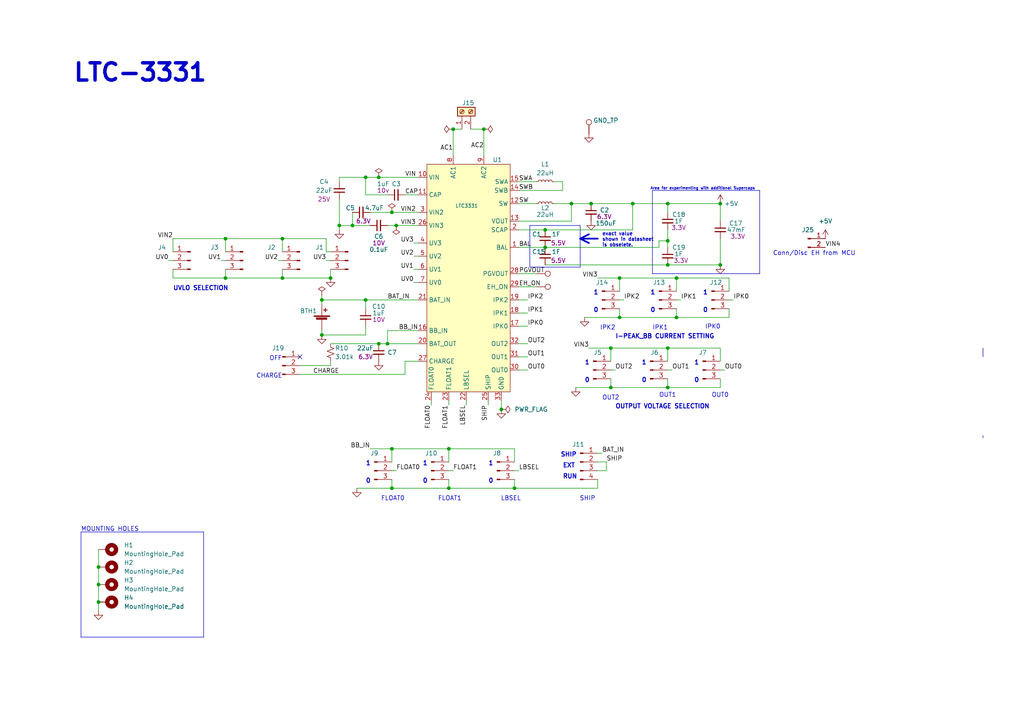
<source format=kicad_sch>
(kicad_sch (version 20230121) (generator eeschema)
  (paper "A4")
  (lib_symbols
    (symbol "Connector:Conn_01x02_Male" (pin_names (offset 1.016) hide)
      (property "Reference" "J" (at 0 2.54 0))
      (property "Value" "Conn_01x02_Male" (at 0 -5.08 0))
      (symbol "Conn_01x02_Male_1_1"
        (pin passive line (at 5.08 0 180) (length 3.81) (name "Pin_1") (number "1"))
        (pin passive line (at 5.08 -2.54 180) (length 3.81) (name "Pin_2") (number "2"))
      )
    )
    (symbol "Connector:Conn_01x03_Male" (pin_names (offset 1.016) hide)
      (property "Reference" "J" (at 0 5.08 0))
      (property "Value" "Conn_01x03_Male" (at 0 -5.08 0))
      (symbol "Conn_01x03_Male_1_1"
        (pin passive line (at 5.08 2.54 180) (length 3.81) (name "Pin_1") (number "1"))
        (pin passive line (at 5.08 0 180) (length 3.81) (name "Pin_2") (number "2"))
        (pin passive line (at 5.08 -2.54 180) (length 3.81) (name "Pin_3") (number "3"))
      )
    )
    (symbol "Connector:Conn_01x04_Male" (pin_names (offset 1.016) hide)
      (property "Reference" "J" (at 0 5.08 0))
      (property "Value" "Conn_01x04_Male" (at 0 -7.62 0))
      (symbol "Conn_01x04_Male_1_1"
        (pin passive line (at 5.08 2.54 180) (length 3.81) (name "Pin_1") (number "1"))
        (pin passive line (at 5.08 0 180) (length 3.81) (name "Pin_2") (number "2"))
        (pin passive line (at 5.08 -2.54 180) (length 3.81) (name "Pin_3") (number "3"))
        (pin passive line (at 5.08 -5.08 180) (length 3.81) (name "Pin_4") (number "4"))
      )
    )
    (symbol "Connector:Screw_Terminal_01x02" (pin_names (offset 1.016) hide)
      (property "Reference" "J" (at 0 2.54 0))
      (property "Value" "Screw_Terminal_01x02" (at 0 -5.08 0))
      (symbol "Screw_Terminal_01x02_1_1"
        (pin passive line (at -5.08 0 0) (length 3.81) (name "Pin_1") (number "1"))
        (pin passive line (at -5.08 -2.54 0) (length 3.81) (name "Pin_2") (number "2"))
      )
    )
    (symbol "Connector:TestPoint" (pin_numbers hide) (pin_names (offset 0.762) hide)
      (property "Reference" "TP" (at 0 6.858 0))
      (property "Value" "TestPoint" (at 0 5.08 0))
      (symbol "TestPoint_1_1"
        (pin passive line (at 0 0 90) (length 2.54) (name "1") (number "1"))
      )
    )
    (symbol "Device:Battery_Cell" (pin_numbers hide) (pin_names (offset 0) hide)
      (property "Reference" "BT" (at 2.54 2.54 0))
      (property "Value" "Battery_Cell" (at 2.54 0 0))
      (symbol "Battery_Cell_1_1"
        (pin passive line (at 0 5.08 270) (length 2.54) (name "+") (number "1"))
        (pin passive line (at 0 -2.54 90) (length 2.54) (name "-") (number "2"))
      )
    )
    (symbol "Device:C_Small" (pin_numbers hide) (pin_names (offset 0.254) hide)
      (property "Reference" "C" (at 0.254 1.778 0))
      (property "Value" "C_Small" (at 0.254 -2.032 0))
      (symbol "C_Small_1_1"
        (pin passive line (at 0 2.54 270) (length 2.032) (name "~") (number "1"))
        (pin passive line (at 0 -2.54 90) (length 2.032) (name "~") (number "2"))
      )
    )
    (symbol "Device:L_Small" (pin_numbers hide) (pin_names (offset 0.254) hide)
      (property "Reference" "L" (at 0.762 1.016 0))
      (property "Value" "L_Small" (at 0.762 -1.016 0))
      (symbol "L_Small_1_1"
        (pin passive line (at 0 2.54 270) (length 0.508) (name "~") (number "1"))
        (pin passive line (at 0 -2.54 90) (length 0.508) (name "~") (number "2"))
      )
    )
    (symbol "Device:R_Small_US" (pin_numbers hide) (pin_names (offset 0.254) hide)
      (property "Reference" "R" (at 0.762 0.508 0))
      (property "Value" "R_Small_US" (at 0.762 -1.016 0))
      (symbol "R_Small_US_1_1"
        (pin passive line (at 0 2.54 270) (length 1.016) (name "~") (number "1"))
        (pin passive line (at 0 -2.54 90) (length 1.016) (name "~") (number "2"))
      )
    )
    (symbol "Mechanical:MountingHole_Pad" (pin_numbers hide) (pin_names (offset 1.016) hide)
      (property "Reference" "H" (at 0 6.35 0))
      (property "Value" "MountingHole_Pad" (at 0 4.445 0))
      (symbol "MountingHole_Pad_1_1"
        (pin input line (at 0 -2.54 90) (length 2.54) (name "1") (number "1"))
      )
    )
    (symbol "power:+5V" (power) (pin_names (offset 0))
      (property "Value" "+5V" (at 0 3.556 0))
      (symbol "+5V_1_1"
        (pin power_in line (at 0 0 90) (length 0) hide (name "+5V") (number "1"))
      )
    )
    (symbol "power:GND" (power) (pin_names (offset 0))
      (property "Value" "GND" (at 0 -3.81 0))
      (symbol "GND_1_1"
        (pin power_in line (at 0 0 270) (length 0) hide (name "GND") (number "1"))
      )
    )
    (symbol "power:PWR_FLAG" (power) (pin_numbers hide) (pin_names (offset 0) hide)
      (property "Value" "PWR_FLAG" (at 0 3.81 0))
      (symbol "PWR_FLAG_0_0"
        (pin power_out line (at 0 0 90) (length 0) (name "pwr") (number "1"))
      )
    )
    (symbol "project-lib:LTC3331"
      (property "Reference" "U1" (at 7.62 26.67 0))
      (property "Value" "LTC3331" (at -3.175 13.335 0))
      (symbol "LTC3331_0_0"
        (pin bidirectional line (at 15.24 1.27 180) (length 2.54) (name "BAL") (number "1"))
        (pin input line (at -13.97 21.59 0) (length 2.54) (name "VIN") (number "10"))
        (pin input line (at -13.97 16.51 0) (length 2.54) (name "CAP") (number "11"))
        (pin passive line (at 15.24 13.97 180) (length 2.54) (name "SW") (number "12"))
        (pin power_out line (at 15.24 8.89 180) (length 2.54) (name "VOUT") (number "13"))
        (pin passive line (at 15.24 17.78 180) (length 2.54) (name "SWB") (number "14"))
        (pin passive line (at 15.24 20.32 180) (length 2.54) (name "SWA") (number "15"))
        (pin input line (at -13.97 -22.86 0) (length 2.54) (name "BB_IN") (number "16"))
        (pin passive line (at 15.24 -21.59 180) (length 2.54) (name "IPK0") (number "17"))
        (pin passive line (at 15.24 -17.78 180) (length 2.54) (name "IPK1") (number "18"))
        (pin passive line (at 15.24 -13.97 180) (length 2.54) (name "IPK2") (number "19"))
        (pin bidirectional line (at 15.24 6.35 180) (length 2.54) (name "SCAP") (number "2"))
        (pin output line (at -13.97 -26.67 0) (length 2.54) (name "BAT_OUT") (number "20"))
        (pin power_in line (at -13.97 -13.97 0) (length 2.54) (name "BAT_IN") (number "21"))
        (pin passive line (at 0 -43.18 90) (length 2.54) (name "LBSEL") (number "22"))
        (pin passive line (at -5.08 -43.18 90) (length 2.54) (name "FLOAT1") (number "23"))
        (pin passive line (at -10.16 -43.18 90) (length 2.54) (name "FLOAT0") (number "24"))
        (pin input line (at 6.35 -43.18 90) (length 2.54) (name "SHIP") (number "25"))
        (pin power_in line (at -13.97 7.62 0) (length 2.54) (name "VIN3") (number "26"))
        (pin passive line (at -13.97 -31.75 0) (length 2.54) (name "CHARGE") (number "27"))
        (pin passive line (at 15.24 -6.35 180) (length 2.54) (name "PGVOUT") (number "28"))
        (pin passive line (at 15.24 -10.16 180) (length 2.54) (name "EH_ON") (number "29"))
        (pin power_in line (at -13.97 11.43 0) (length 2.54) (name "VIN2") (number "3"))
        (pin passive line (at 15.24 -34.29 180) (length 2.54) (name "OUT0") (number "30"))
        (pin passive line (at 15.24 -30.48 180) (length 2.54) (name "OUT1") (number "31"))
        (pin passive line (at 15.24 -26.67 180) (length 2.54) (name "OUT2") (number "32"))
        (pin power_in line (at 10.16 -43.18 90) (length 2.54) (name "GND") (number "33"))
        (pin passive line (at -13.97 2.54 0) (length 2.54) (name "UV3") (number "4"))
        (pin passive line (at -13.97 -1.27 0) (length 2.54) (name "UV2") (number "5"))
        (pin passive line (at -13.97 -5.08 0) (length 2.54) (name "UV1") (number "6"))
        (pin passive line (at -13.97 -8.89 0) (length 2.54) (name "UV0") (number "7"))
        (pin input line (at -3.81 27.94 270) (length 2.54) (name "AC1") (number "8"))
        (pin input line (at 5.08 27.94 270) (length 2.54) (name "AC2") (number "9"))
      )
    )
  )
  (junction (at 165.735 59.055))
  (junction (at 196.215 92.075))
  (junction (at 102.235 65.405))
  (junction (at 130.175 130.175))
  (junction (at 131.445 37.465))
  (junction (at 106.045 86.995))
  (junction (at 179.705 80.645))
  (junction (at 171.45 59.055))
  (junction (at 93.345 86.995))
  (junction (at 208.915 59.055))
  (junction (at 93.345 97.155))
  (junction (at 106.045 51.435))
  (junction (at 113.665 130.175))
  (junction (at 109.855 51.435))
  (junction (at 183.515 59.055))
  (junction (at 112.395 99.695))
  (junction (at 28.575 174.625))
  (junction (at 65.405 69.215))
  (junction (at 114.935 65.405))
  (junction (at 81.915 80.645))
  (junction (at 109.855 99.695))
  (junction (at 193.675 76.835))
  (junction (at 196.215 80.645))
  (junction (at 113.665 141.605))
  (junction (at 177.165 112.395))
  (junction (at 95.885 80.645))
  (junction (at 193.675 112.395))
  (junction (at 28.575 164.465))
  (junction (at 193.675 100.965))
  (junction (at 158.115 66.675))
  (junction (at 140.335 37.465))
  (junction (at 145.415 118.745))
  (junction (at 98.425 65.405))
  (junction (at 208.915 76.835))
  (junction (at 65.405 80.645))
  (junction (at 81.915 69.215))
  (junction (at 28.575 169.545))
  (junction (at 177.165 100.965))
  (junction (at 149.225 141.605))
  (junction (at 158.115 71.755))
  (junction (at 130.175 141.605))
  (junction (at 113.665 61.595))
  (junction (at 193.675 59.055))
  (junction (at 193.675 69.85))
  (junction (at 179.705 92.075))
  (no_connect (at 86.995 103.505))
  (wire (pts (xy 208.915 100.965) (xy 208.915 104.775)))
  (wire (pts (xy 208.915 69.215) (xy 208.915 76.835)))
  (wire (pts (xy 109.855 99.695) (xy 112.395 99.695)))
  (wire (pts (xy 120.015 78.105) (xy 121.285 78.105)))
  (wire (pts (xy 130.175 130.175) (xy 149.225 130.175)))
  (wire (pts (xy 150.495 83.185) (xy 155.575 83.185)))
  (wire (pts (xy 81.915 69.215) (xy 81.915 73.025)))
  (polyline (pts (xy 168.275 65.405) (xy 168.275 77.47)) (stroke (width 0) (type solid)))
  (wire (pts (xy 65.405 78.105) (xy 65.405 80.645)))
  (polyline (pts (xy 189.23 79.375) (xy 220.345 79.375)))
  (wire (pts (xy 94.615 73.025) (xy 94.615 69.215)))
  (wire (pts (xy 211.455 89.535) (xy 211.455 92.075)))
  (wire (pts (xy 113.665 61.595) (xy 121.285 61.595)))
  (wire (pts (xy 183.515 66.675) (xy 183.515 59.055)))
  (wire (pts (xy 193.675 59.055) (xy 193.675 61.595)))
  (wire (pts (xy 113.665 136.525) (xy 114.935 136.525)))
  (wire (pts (xy 208.915 107.315) (xy 210.185 107.315)))
  (polyline (pts (xy 23.495 154.305) (xy 59.055 154.305)))
  (wire (pts (xy 150.495 107.315) (xy 153.035 107.315)))
  (wire (pts (xy 107.315 61.595) (xy 113.665 61.595)))
  (wire (pts (xy 149.225 130.175) (xy 149.225 133.985)))
  (wire (pts (xy 81.915 80.645) (xy 65.405 80.645)))
  (polyline (pts (xy 168.275 69.215) (xy 170.815 70.485)) (stroke (width 0.5) (type solid)))
  (wire (pts (xy 150.495 52.705) (xy 155.575 52.705)))
  (wire (pts (xy 145.415 116.205) (xy 145.415 118.745)))
  (polyline (pts (xy 23.495 154.305) (xy 23.495 184.785)))
  (wire (pts (xy 112.395 65.405) (xy 114.935 65.405)))
  (wire (pts (xy 93.345 85.725) (xy 93.345 86.995)))
  (wire (pts (xy 150.495 86.995) (xy 153.035 86.995)))
  (wire (pts (xy 121.285 95.885) (xy 112.395 95.885)))
  (wire (pts (xy 158.115 66.675) (xy 183.515 66.675)))
  (wire (pts (xy 95.885 104.775) (xy 95.885 106.045)))
  (wire (pts (xy 93.345 97.155) (xy 93.345 95.885)))
  (wire (pts (xy 130.175 141.605) (xy 149.225 141.605)))
  (wire (pts (xy 193.675 100.965) (xy 208.915 100.965)))
  (wire (pts (xy 173.355 139.065) (xy 173.355 141.605)))
  (polyline (pts (xy 168.275 69.215) (xy 170.815 67.945)) (stroke (width 0.5) (type solid)))
  (wire (pts (xy 150.495 79.375) (xy 155.575 79.375)))
  (wire (pts (xy 150.495 71.755) (xy 158.115 71.755)))
  (wire (pts (xy 50.165 78.105) (xy 50.165 80.645)))
  (wire (pts (xy 140.335 37.465) (xy 136.525 37.465)))
  (wire (pts (xy 193.675 107.315) (xy 194.945 107.315)))
  (wire (pts (xy 135.255 116.205) (xy 135.255 117.475)))
  (wire (pts (xy 50.165 75.565) (xy 48.895 75.565)))
  (wire (pts (xy 106.045 51.435) (xy 109.855 51.435)))
  (wire (pts (xy 106.045 51.435) (xy 106.045 56.515)))
  (wire (pts (xy 106.045 86.995) (xy 121.285 86.995)))
  (wire (pts (xy 191.135 71.755) (xy 191.135 69.85)))
  (wire (pts (xy 177.165 107.315) (xy 178.435 107.315)))
  (wire (pts (xy 191.135 69.85) (xy 193.675 69.85)))
  (wire (pts (xy 174.625 131.445) (xy 173.355 131.445)))
  (wire (pts (xy 196.215 89.535) (xy 196.215 92.075)))
  (wire (pts (xy 150.495 64.135) (xy 165.735 64.135)))
  (wire (pts (xy 106.045 94.615) (xy 106.045 97.155)))
  (wire (pts (xy 130.175 116.205) (xy 130.175 117.475)))
  (wire (pts (xy 130.175 136.525) (xy 131.445 136.525)))
  (wire (pts (xy 65.405 75.565) (xy 64.135 75.565)))
  (wire (pts (xy 113.665 130.175) (xy 130.175 130.175)))
  (wire (pts (xy 86.995 108.585) (xy 117.475 108.585)))
  (polyline (pts (xy 23.495 184.785) (xy 59.055 184.785)))
  (wire (pts (xy 65.405 69.215) (xy 65.405 73.025)))
  (wire (pts (xy 149.225 139.065) (xy 149.225 141.605)))
  (wire (pts (xy 120.015 81.915) (xy 121.285 81.915)))
  (wire (pts (xy 183.515 59.055) (xy 193.675 59.055)))
  (polyline (pts (xy 285.115 126.365) (xy 285.115 127)))
  (wire (pts (xy 117.475 56.515) (xy 121.285 56.515)))
  (wire (pts (xy 28.575 164.465) (xy 28.575 169.545)))
  (wire (pts (xy 65.405 69.215) (xy 50.165 69.215)))
  (polyline (pts (xy 153.67 65.405) (xy 153.67 77.47)))
  (wire (pts (xy 158.115 76.835) (xy 193.675 76.835)))
  (wire (pts (xy 179.705 86.995) (xy 180.975 86.995)))
  (wire (pts (xy 98.425 51.435) (xy 98.425 52.705)))
  (polyline (pts (xy 189.23 55.245) (xy 220.345 55.245)))
  (wire (pts (xy 150.495 94.615) (xy 153.035 94.615)))
  (wire (pts (xy 150.495 90.805) (xy 153.035 90.805)))
  (wire (pts (xy 81.915 69.215) (xy 65.405 69.215)))
  (wire (pts (xy 114.935 65.405) (xy 121.285 65.405)))
  (wire (pts (xy 141.605 116.205) (xy 141.605 117.475)))
  (wire (pts (xy 177.165 100.965) (xy 193.675 100.965)))
  (wire (pts (xy 130.175 139.065) (xy 130.175 141.605)))
  (wire (pts (xy 98.425 66.675) (xy 98.425 65.405)))
  (wire (pts (xy 95.885 99.695) (xy 109.855 99.695)))
  (wire (pts (xy 98.425 57.785) (xy 98.425 65.405)))
  (wire (pts (xy 28.575 174.625) (xy 28.575 177.165)))
  (wire (pts (xy 106.045 86.995) (xy 106.045 89.535)))
  (wire (pts (xy 169.545 92.075) (xy 179.705 92.075)))
  (wire (pts (xy 107.315 130.175) (xy 113.665 130.175)))
  (wire (pts (xy 211.455 80.645) (xy 211.455 84.455)))
  (wire (pts (xy 130.175 130.175) (xy 130.175 133.985)))
  (wire (pts (xy 98.425 51.435) (xy 106.045 51.435)))
  (wire (pts (xy 95.885 78.105) (xy 95.885 80.645)))
  (wire (pts (xy 160.655 59.055) (xy 165.735 59.055)))
  (wire (pts (xy 93.345 97.155) (xy 106.045 97.155)))
  (wire (pts (xy 121.285 104.775) (xy 117.475 104.775)))
  (polyline (pts (xy 153.67 65.405) (xy 168.275 65.405)))
  (wire (pts (xy 50.165 69.215) (xy 50.165 73.025)))
  (wire (pts (xy 171.45 59.055) (xy 183.515 59.055)))
  (wire (pts (xy 133.985 37.465) (xy 131.445 37.465)))
  (wire (pts (xy 125.095 116.205) (xy 125.095 117.475)))
  (wire (pts (xy 93.345 88.265) (xy 93.345 86.995)))
  (wire (pts (xy 65.405 80.645) (xy 50.165 80.645)))
  (wire (pts (xy 193.675 100.965) (xy 193.675 104.775)))
  (wire (pts (xy 170.815 100.965) (xy 177.165 100.965)))
  (wire (pts (xy 120.015 74.295) (xy 121.285 74.295)))
  (wire (pts (xy 193.675 66.675) (xy 193.675 69.85)))
  (wire (pts (xy 177.165 100.965) (xy 177.165 104.775)))
  (wire (pts (xy 112.395 95.885) (xy 112.395 99.695)))
  (wire (pts (xy 196.215 80.645) (xy 211.455 80.645)))
  (polyline (pts (xy 189.23 55.245) (xy 189.23 79.375)))
  (wire (pts (xy 112.395 99.695) (xy 121.285 99.695)))
  (wire (pts (xy 120.015 70.485) (xy 121.285 70.485)))
  (wire (pts (xy 109.855 51.435) (xy 121.285 51.435)))
  (wire (pts (xy 81.915 75.565) (xy 80.645 75.565)))
  (wire (pts (xy 208.915 109.855) (xy 208.915 112.395)))
  (polyline (pts (xy 168.275 69.215) (xy 173.355 69.215)) (stroke (width 0.5) (type solid)))
  (wire (pts (xy 150.495 59.055) (xy 155.575 59.055)))
  (wire (pts (xy 95.885 73.025) (xy 94.615 73.025)))
  (wire (pts (xy 193.675 112.395) (xy 208.915 112.395)))
  (wire (pts (xy 28.575 169.545) (xy 28.575 174.625)))
  (wire (pts (xy 158.115 71.755) (xy 191.135 71.755)))
  (wire (pts (xy 196.215 92.075) (xy 211.455 92.075)))
  (wire (pts (xy 150.495 55.245) (xy 163.195 55.245)))
  (wire (pts (xy 193.675 109.855) (xy 193.675 112.395)))
  (wire (pts (xy 163.195 55.245) (xy 163.195 52.705)))
  (wire (pts (xy 117.475 104.775) (xy 117.475 108.585)))
  (wire (pts (xy 149.225 136.525) (xy 150.495 136.525)))
  (wire (pts (xy 93.345 86.995) (xy 106.045 86.995)))
  (wire (pts (xy 167.005 112.395) (xy 177.165 112.395)))
  (polyline (pts (xy 168.275 77.47) (xy 153.67 77.47)))
  (wire (pts (xy 165.735 59.055) (xy 165.735 64.135)))
  (wire (pts (xy 208.915 59.055) (xy 208.915 64.135)))
  (wire (pts (xy 140.335 37.465) (xy 140.335 45.085)))
  (wire (pts (xy 160.655 52.705) (xy 163.195 52.705)))
  (wire (pts (xy 150.495 66.675) (xy 158.115 66.675)))
  (wire (pts (xy 173.355 80.645) (xy 179.705 80.645)))
  (wire (pts (xy 193.675 76.835) (xy 208.915 76.835)))
  (wire (pts (xy 150.495 99.695) (xy 153.035 99.695)))
  (wire (pts (xy 175.895 133.985) (xy 173.355 133.985)))
  (wire (pts (xy 81.915 78.105) (xy 81.915 80.645)))
  (wire (pts (xy 193.675 59.055) (xy 208.915 59.055)))
  (wire (pts (xy 196.215 86.995) (xy 197.485 86.995)))
  (wire (pts (xy 86.995 106.045) (xy 95.885 106.045)))
  (wire (pts (xy 179.705 80.645) (xy 179.705 84.455)))
  (wire (pts (xy 193.675 69.85) (xy 193.675 71.755)))
  (wire (pts (xy 150.495 103.505) (xy 153.035 103.505)))
  (wire (pts (xy 131.445 37.465) (xy 131.445 45.085)))
  (wire (pts (xy 179.705 92.075) (xy 196.215 92.075)))
  (wire (pts (xy 102.235 65.405) (xy 107.315 65.405)))
  (wire (pts (xy 196.215 80.645) (xy 196.215 84.455)))
  (wire (pts (xy 113.665 139.065) (xy 113.665 141.605)))
  (wire (pts (xy 95.885 75.565) (xy 94.615 75.565)))
  (wire (pts (xy 113.665 130.175) (xy 113.665 133.985)))
  (polyline (pts (xy 59.055 184.785) (xy 59.055 154.305)))
  (wire (pts (xy 98.425 65.405) (xy 102.235 65.405)))
  (wire (pts (xy 211.455 86.995) (xy 212.725 86.995)))
  (wire (pts (xy 175.895 133.985) (xy 175.895 136.525)))
  (polyline (pts (xy 285.115 100.965) (xy 285.115 103.505)))
  (wire (pts (xy 177.165 109.855) (xy 177.165 112.395)))
  (wire (pts (xy 179.705 80.645) (xy 196.215 80.645)))
  (wire (pts (xy 103.505 141.605) (xy 113.665 141.605)))
  (wire (pts (xy 179.705 89.535) (xy 179.705 92.075)))
  (wire (pts (xy 28.575 159.385) (xy 28.575 164.465)))
  (wire (pts (xy 149.225 141.605) (xy 173.355 141.605)))
  (wire (pts (xy 102.235 61.595) (xy 102.235 65.405)))
  (polyline (pts (xy 220.345 79.375) (xy 220.345 55.245)))
  (wire (pts (xy 113.665 141.605) (xy 130.175 141.605)))
  (wire (pts (xy 81.915 80.645) (xy 95.885 80.645)))
  (wire (pts (xy 165.735 59.055) (xy 171.45 59.055)))
  (wire (pts (xy 106.045 56.515) (xy 112.395 56.515)))
  (wire (pts (xy 94.615 69.215) (xy 81.915 69.215)))
  (wire (pts (xy 175.895 136.525) (xy 173.355 136.525)))
  (wire (pts (xy 177.165 112.395) (xy 193.675 112.395)))
  (text "CHARGE" (at 74.295 109.855 0) (effects (font (size 1.27 1.27)) (justify left bottom)))
  (text "UVLO SELECTION" (at 50.165 84.455 0) (effects (font (size 1.27 1.27) (thickness 0.254) bold) (justify left bottom)))
  (text "SHIP\n" (at 162.56 132.715 0) (effects (font (size 1.27 1.27) bold) (justify left bottom)))
  (text "LBSEL\n" (at 151.13 145.415 0) (effects (font (size 1.27 1.27)) (justify right bottom)))
  (text "IPK2\n" (at 173.99 95.885 0) (effects (font (size 1.27 1.27)) (justify left bottom)))
  (text "0\n" (at 106.045 140.335 0) (effects (font (size 1.27 1.27) bold) (justify left bottom)))
  (text "0\n" (at 201.295 111.125 0) (effects (font (size 1.27 1.27) bold) (justify left bottom)))
  (text "OFF\n" (at 78.105 104.775 0) (effects (font (size 1.27 1.27)) (justify left bottom)))
  (text "1" (at 188.595 85.725 0) (effects (font (size 1.27 1.27) bold) (justify left bottom)))
  (text "1" (at 203.835 85.725 0) (effects (font (size 1.27 1.27) bold) (justify left bottom)))
  (text "MOUNTING HOLES\n" (at 23.495 154.305 0) (effects (font (size 1.27 1.27)) (justify left bottom)))
  (text "OUT0\n\n" (at 206.375 117.475 0) (effects (font (size 1.27 1.27)) (justify left bottom)))
  (text "LTC-3331\n" (at 20.955 24.13 0) (effects (font (size 5 5) (thickness 1) bold) (justify left bottom)))
  (text "IPK1" (at 189.23 95.885 0) (effects (font (size 1.27 1.27)) (justify left bottom)))
  (text "1" (at 186.055 106.045 0) (effects (font (size 1.27 1.27) bold) (justify left bottom)))
  (text "0\n" (at 188.595 90.805 0) (effects (font (size 1.27 1.27) bold) (justify left bottom)))
  (text "1" (at 106.045 135.255 0) (effects (font (size 1.27 1.27) bold) (justify left bottom)))
  (text "FLOAT0\n" (at 110.49 145.415 0) (effects (font (size 1.27 1.27)) (justify left bottom)))
  (text "OUTPUT VOLTAGE SELECTION" (at 178.435 118.745 0) (effects (font (size 1.27 1.27) (thickness 0.254) bold) (justify left bottom)))
  (text "1" (at 169.545 106.045 0) (effects (font (size 1.27 1.27) bold) (justify left bottom)))
  (text "0\n" (at 203.835 90.805 0) (effects (font (size 1.27 1.27) bold) (justify left bottom)))
  (text "Area for experimenting with additional Supercaps\n\n" (at 188.595 56.515 0) (effects (font (size 0.8 0.8) bold) (justify left bottom)))
  (text "EXT" (at 163.195 135.89 0) (effects (font (size 1.27 1.27) bold) (justify left bottom)))
  (text "0\n" (at 141.605 140.335 0) (effects (font (size 1.27 1.27) bold) (justify left bottom)))
  (text "1" (at 141.605 135.255 0) (effects (font (size 1.27 1.27) bold) (justify left bottom)))
  (text "SHIP" (at 172.72 145.415 0) (effects (font (size 1.27 1.27)) (justify right bottom)))
  (text "RUN\n" (at 163.195 139.065 0) (effects (font (size 1.27 1.27) bold) (justify left bottom)))
  (text "OUT2\n" (at 174.625 116.205 0) (effects (font (size 1.27 1.27)) (justify left bottom)))
  (text "I-PEAK_BB CURRENT SETTING" (at 178.435 98.425 0) (effects (font (size 1.27 1.27) (thickness 0.254) bold) (justify left bottom)))
  (text "0\n" (at 122.555 140.335 0) (effects (font (size 1.27 1.27) bold) (justify left bottom)))
  (text "0\n" (at 186.055 111.125 0) (effects (font (size 1.27 1.27) bold) (justify left bottom)))
  (text "1" (at 201.295 106.045 0) (effects (font (size 1.27 1.27) bold) (justify left bottom)))
  (text "0\n" (at 172.085 90.805 0) (effects (font (size 1.27 1.27) bold) (justify left bottom)))
  (text "1" (at 172.085 85.725 0) (effects (font (size 1.27 1.27) bold) (justify left bottom)))
  (text "1" (at 122.555 135.255 0) (effects (font (size 1.27 1.27) bold) (justify left bottom)))
  (text "0\n" (at 169.545 111.125 0) (effects (font (size 1.27 1.27) bold) (justify left bottom)))
  (text "Conn/Disc EH from MCU" (at 224.155 74.295 0) (effects (font (size 1.27 1.27)) (justify left bottom)))
  (text "IPK0\n\n\n" (at 204.47 99.695 0) (effects (font (size 1.27 1.27)) (justify left bottom)))
  (text "exact value \nshown in datasheet \nis obselete.\n" (at 174.625 71.755 0) (effects (font (size 1 1) bold) (justify left bottom)))
  (text "OUT1\n\n" (at 191.135 117.475 0) (effects (font (size 1.27 1.27)) (justify left bottom)))
  (text "FLOAT1\n" (at 127 145.415 0) (effects (font (size 1.27 1.27)) (justify left bottom)))
  (label "BAT_IN" (at 174.625 131.445 0))
  (label "FLOAT0" (at 125.095 117.475 270))
  (label "VIN3" (at 173.355 80.645 180))
  (label "EH_ON" (at 150.495 83.185 0))
  (label "VIN2" (at 50.165 69.215 180))
  (label "BAT_IN" (at 112.395 86.995 0))
  (label "CHARGE" (at 90.805 108.585 0))
  (label "IPK1" (at 197.485 86.995 0))
  (label "VIN" (at 117.475 51.435 0))
  (label "IPK2" (at 180.975 86.995 0))
  (label "BAL" (at 150.495 71.755 0))
  (label "VIN4" (at 239.395 71.755 0))
  (label "OUT2" (at 178.435 107.315 0))
  (label "SWA" (at 150.495 52.705 0))
  (label "IPK2" (at 153.035 86.995 0))
  (label "UV3" (at 94.615 75.565 180))
  (label "CAP" (at 117.475 56.515 0))
  (label "SW" (at 150.495 59.055 0))
  (label "UV2" (at 80.645 75.565 180))
  (label "OUT1" (at 194.945 107.315 0))
  (label "VIN3" (at 116.205 65.405 0))
  (label "SWB" (at 150.495 55.245 0))
  (label "FLOAT0" (at 114.935 136.525 0))
  (label "SHIP" (at 175.895 133.985 0))
  (label "PGVOUT" (at 150.495 79.375 0))
  (label "AC1" (at 131.445 43.815 180))
  (label "UV2" (at 120.015 74.295 180))
  (label "IPK1" (at 153.035 90.805 0))
  (label "IPK0" (at 153.035 94.615 0))
  (label "FLOAT1" (at 131.445 136.525 0))
  (label "OUT0" (at 210.185 107.315 0))
  (label "UV1" (at 120.015 78.105 180))
  (label "UV0" (at 48.895 75.565 180))
  (label "VIN2" (at 116.205 61.595 0))
  (label "OUT1" (at 153.035 103.505 0))
  (label "BB_IN" (at 107.315 130.175 180))
  (label "BB_IN" (at 121.285 95.885 180))
  (label "UV3" (at 120.015 70.485 180))
  (label "IPK0" (at 212.725 86.995 0))
  (label "LBSEL" (at 135.255 117.475 270))
  (label "FLOAT1" (at 130.175 117.475 270))
  (label "SHIP" (at 141.605 117.475 270))
  (label "UV1" (at 64.135 75.565 180))
  (label "UV0" (at 120.015 81.915 180))
  (label "VIN3" (at 170.815 100.965 180))
  (label "LBSEL" (at 150.495 136.525 0))
  (label "AC2" (at 140.335 43.1319 180))
  (label "OUT0" (at 153.035 107.315 0))
  (label "OUT2" (at 153.035 99.695 0))
  (symbol (lib_id "Device:L_Small") (at 158.115 52.705 90) (unit 1)
    (property "Reference" "L1" (at 158.115 47.625 90))
    (property "Value" "22uH" (at 158.115 50.165 90))
    (property "Footprint" "Inductor_SMD:L_Coilcraft_LPS5030" (effects hide))
    (property "Datasheet" "~https://www.mouser.com/datasheet/2/597/lps4018-270702.pdf" (effects hide))
    (property "Supplier- Part Number" "994-LPS4018-223MRC" (effects hide))
    (property "Manufacturer Product Number" "LPS4018-223MRC" (effects hide))
    (property "supplier Link" "https://www.mouser.com/ProductDetail/Coilcraft/LPS4018-223MRC?qs=QQJxVsr8EGZ1iTyTHMP0jg%3D%3D&countryCode=US&currencyCode=USD" (effects hide))
    (property "Manufacturer" "Coilcraft" (effects hide))
  )
  (symbol (lib_id "power:GND") (at 109.855 104.775 0) (unit 1)
    (property "Reference" "#PWR0103" (effects hide))
    (property "Value" "GND" (effects hide))
    (instances (project "beta_prototype" (path "" (reference "#PWR0103") (unit 1)) (path "" (reference "#PWR012") (unit 1))) (project "sensor-hw" (path "" (reference "#PWR0103") (unit 1))))
  )
  (symbol (lib_id "Mechanical:MountingHole_Pad") (at 31.115 174.625 270) (unit 1)
    (property "Reference" "H4" (at 35.941 173.3549 90) (effects (justify left)))
    (property "Value" "MountingHole_Pad" (at 35.941 175.8949 90) (effects (justify left)))
    (property "Footprint" "MountingHole:MountingHole_3.2mm_M3_Pad_Via" (effects hide))
  )
  (symbol (lib_id "Device:C_Small") (at 98.425 55.245 180) (unit 1)
    (property "Reference" "C4" (at 93.98 52.705 0))
    (property "Value" "22uF" (at 93.98 55.245 0))
    (property "Footprint" "Capacitor_SMD:C_1210_3225Metric_Pad1.33x2.70mm_HandSolder" (effects hide))
    (property "Datasheet" "~https://media.digikey.com/pdf/Data%20Sheets/Samsung%20PDFs/CL32A226KAJNNNE_Spec.pdf" (effects hide))
    (property "value2" "25V" (at 93.98 57.785 0))
    (property "Supplier- Part Number" "1276-1101-1-ND" (effects hide))
    (property "Manufacturer Product Number" "CL32A226KAJNNNE" (effects hide))
    (property "supplier Link" "https://www.digikey.com/en/products/detail/samsung-electro-mechanics/CL32A226KAJNNNE/3886759?s=N4IgTCBcDaIAQGEAyBmMBBMYBsBpdAUgHIkCiIAugL5A" (effects hide))
    (property "Manufacturer" "Samsung Electro-Mechanics" (effects hide))
    (instances (project "beta_prototype" (path "" (reference "C4") (unit 1)) (path "" (reference "C1") (unit 1))) (project "sensor-hw" (path "" (reference "C4") (unit 1))))
  )
  (symbol (lib_id "Connector:Conn_01x03_Male") (at 174.625 86.995 0) (unit 1)
    (property "Reference" "J14" (at 174.625 81.915 0))
    (property "Value" "Conn_01x03_Male" (effects hide))
    (property "Footprint" "Connector_PinHeader_2.54mm:PinHeader_1x03_P2.54mm_Vertical" (effects hide))
    (instances (project "beta_prototype" (path "" (reference "J14") (unit 1)) (path "" (reference "J11") (unit 1))) (project "sensor-hw" (path "" (reference "J14") (unit 1))))
  )
  (symbol (lib_id "Mechanical:MountingHole_Pad") (at 31.115 164.465 270) (unit 1)
    (property "Reference" "H2" (at 35.941 163.1949 90) (effects (justify left)))
    (property "Value" "MountingHole_Pad" (at 35.941 165.7349 90) (effects (justify left)))
    (property "Footprint" "MountingHole:MountingHole_3.2mm_M3_Pad_Via" (effects hide))
  )
  (symbol (lib_id "power:GND") (at 98.425 66.675 0) (unit 1)
    (property "Reference" "#PWR0102" (effects hide))
    (property "Value" "GND" (effects hide))
    (instances (project "beta_prototype" (path "" (reference "#PWR0102") (unit 1)) (path "" (reference "#PWR05") (unit 1))) (project "sensor-hw" (path "" (reference "#PWR0102") (unit 1))))
  )
  (symbol (lib_id "power:PWR_FLAG") (at 114.935 65.405 180) (unit 1)
    (property "Reference" "#FLG0106" (effects hide))
    (property "Value" "PWR_FLAG" (effects hide))
    (instances (project "beta_prototype" (path "" (reference "#FLG0106") (unit 1)) (path "" (reference "#FLG05") (unit 1))) (project "sensor-hw" (path "" (reference "#FLG0106") (unit 1))))
  )
  (symbol (lib_id "Device:C_Small") (at 193.675 74.295 0) (unit 1)
    (property "Reference" "C19" (at 194.945 71.755 0) (effects (justify left)))
    (property "Value" "1F" (at 195.58 73.66 0) (effects (justify left)))
    (property "Footprint" "Capacitor_THT:C_Radial_D10.0mm_H12.5mm_P5.00mm" (effects hide))
    (property "value2" "3.3V" (at 197.485 75.565 0))
    (property "Supplier- Part Number" "N/A" (effects hide))
    (property "Manufacturer Product Number" "N/A" (effects hide))
    (property "supplier Link" "N/A" (effects hide))
    (property "Manufacturer" "N/A" (effects hide))
    (instances (project "beta_prototype" (path "" (reference "C19") (unit 1)) (path "" (reference "C10") (unit 1))) (project "sensor-hw" (path "" (reference "C19") (unit 1))))
  )
  (symbol (lib_id "Device:C_Small") (at 171.45 61.595 0) (unit 1)
    (property "Reference" "C2" (at 173.99 60.96 0) (effects (justify left)))
    (property "Value" "150uF" (at 172.72 64.77 0) (effects (justify left)))
    (property "Footprint" "Capacitor_SMD:C_1210_3225Metric_Pad1.33x2.70mm_HandSolder" (effects hide))
    (property "value2" "6.3V" (at 175.26 62.865 0))
    (property "Supplier- Part Number" "1276-3367-6-ND" (effects hide))
    (property "Manufacturer Product Number" "CL32A157MQVNNNE" (effects hide))
    (property "supplier Link" "https://www.digikey.com/en/products/detail/samsung-electro-mechanics/CL32A157MQVNNNE/3889025?s=N4IgTCBcDaIAQGEAyBmMBBAjAVgOwFkBFANQDlyBREAXQF8g" (effects hide))
    (property "Manufacturer" "Samsung Electro-Mechanics" (effects hide))
    (instances (project "beta_prototype" (path "" (reference "C2") (unit 1)) (path "" (reference "C4") (unit 1))) (project "sensor-hw" (path "" (reference "C2") (unit 1))))
  )
  (symbol (lib_id "power:GND") (at 167.005 112.395 0) (unit 1)
    (property "Reference" "#PWR0106" (effects hide))
    (property "Value" "GND" (effects hide))
    (instances (project "beta_prototype" (path "" (reference "#PWR0106") (unit 1)) (path "" (reference "#PWR013") (unit 1))) (project "sensor-hw" (path "" (reference "#PWR0106") (unit 1))))
  )
  (symbol (lib_id "power:PWR_FLAG") (at 113.665 61.595 0) (unit 1)
    (property "Reference" "#FLG0105" (effects hide))
    (property "Value" "PWR_FLAG" (effects hide))
    (instances (project "beta_prototype" (path "" (reference "#FLG0105") (unit 1)) (path "" (reference "#FLG04") (unit 1))) (project "sensor-hw" (path "" (reference "#FLG0105") (unit 1))))
  )
  (symbol (lib_id "Device:C_Small") (at 104.775 61.595 90) (unit 1)
    (property "Reference" "C5" (at 101.6 60.325 90))
    (property "Value" "4.7uF" (at 108.585 60.325 90))
    (property "Footprint" "Capacitor_SMD:C_0603_1608Metric_Pad1.08x0.95mm_HandSolder" (effects hide))
    (property "Datasheet" "https://www.yuden.co.jp/productdata/catalog/mlcc06_e.pdf" (effects hide))
    (property "value2" "6.3V" (at 105.41 64.135 90))
    (property "Supplier- Part Number" "1723" (effects hide))
    (property "Manufacturer Product Number" "TMK107BBJ475KA-T" (effects hide))
    (property "supplier Link" "https://rowanece.com/inventory/part/1723" (effects hide))
    (property "Manufacturer" "Taiyo Yuden" (effects hide))
    (instances (project "beta_prototype" (path "" (reference "C5") (unit 1)) (path "" (reference "C3") (unit 1))) (project "sensor-hw" (path "" (reference "C5") (unit 1))))
  )
  (symbol (lib_id "Connector:Conn_01x03_Male") (at 81.915 106.045 0) (unit 1)
    (property "Reference" "J19" (at 80.645 100.965 0))
    (property "Value" "Conn_01x03_Male" (effects hide))
    (property "Footprint" "Connector_PinHeader_2.54mm:PinHeader_1x03_P2.54mm_Vertical" (effects hide))
    (instances (project "beta_prototype" (path "" (reference "J19") (unit 1)) (path "" (reference "J14") (unit 1))) (project "sensor-hw" (path "" (reference "J19") (unit 1))))
  )
  (symbol (lib_id "Connector:Conn_01x03_Male") (at 203.835 107.315 0) (unit 1)
    (property "Reference" "J7" (at 203.835 102.235 0))
    (property "Value" "Conn_01x03_Male" (effects hide))
    (property "Footprint" "Connector_PinHeader_2.54mm:PinHeader_1x03_P2.54mm_Vertical" (effects hide))
    (instances (project "beta_prototype" (path "" (reference "J7") (unit 1)) (path "" (reference "J17") (unit 1))) (project "sensor-hw" (path "" (reference "J7") (unit 1))))
  )
  (symbol (lib_id "power:GND") (at 28.575 177.165 0) (unit 1)
    (property "Reference" "#PWR01" (effects hide))
    (property "Value" "GND" (effects hide))
  )
  (symbol (lib_id "Device:Battery_Cell") (at 93.345 93.345 0) (unit 1)
    (property "Reference" "BTH1" (at 86.995 90.17 0) (effects (justify left)))
    (property "Value" "Battery_Cell" (effects hide))
    (property "Footprint" "Battery:BatteryHolder_Keystone_1058_1x2032" (effects hide))
    (property "Datasheet" "~https://www.keyelco.com/userAssets/file/M65p4.pdf" (effects hide))
    (property "Supplier- Part Number" "36-1058-ND" (effects hide))
    (property "Manufacturer Product Number" "1058" (effects hide))
    (property "supplier Link" "https://www.digikey.com/en/products/detail/keystone-electronics/1058/5255484" (effects hide))
    (property "Manufacturer" "Keystone Electronics" (effects hide))
  )
  (symbol (lib_id "power:GND") (at 169.545 92.075 0) (unit 1)
    (property "Reference" "#PWR0108" (effects hide))
    (property "Value" "GND" (effects hide))
    (instances (project "beta_prototype" (path "" (reference "#PWR0108") (unit 1)) (path "" (reference "#PWR09") (unit 1))) (project "sensor-hw" (path "" (reference "#PWR0108") (unit 1))))
  )
  (symbol (lib_id "Connector:Conn_01x03_Male") (at 206.375 86.995 0) (unit 1)
    (property "Reference" "J12" (at 207.645 81.915 0))
    (property "Value" "Conn_01x03_Male" (effects hide))
    (property "Footprint" "Connector_PinHeader_2.54mm:PinHeader_1x03_P2.54mm_Vertical" (effects hide))
    (instances (project "beta_prototype" (path "" (reference "J12") (unit 1)) (path "" (reference "J13") (unit 1))) (project "sensor-hw" (path "" (reference "J12") (unit 1))))
  )
  (symbol (lib_id "power:GND") (at 93.345 97.155 0) (unit 1)
    (property "Reference" "#PWR0104" (effects hide))
    (property "Value" "GND" (effects hide))
    (instances (project "beta_prototype" (path "" (reference "#PWR0104") (unit 1)) (path "" (reference "#PWR011") (unit 1))) (project "sensor-hw" (path "" (reference "#PWR0104") (unit 1))))
  )
  (symbol (lib_id "Device:C_Small") (at 158.115 69.215 0) (unit 1)
    (property "Reference" "C1" (at 154.305 67.945 0) (effects (justify left)))
    (property "Value" "1F" (at 160.02 67.945 0) (effects (justify left)))
    (property "Footprint" "Capacitor_THT:C_Radial_D10.0mm_H16.0mm_P5.00mm" (effects hide))
    (property "value2" "5.5V" (at 161.925 70.485 0))
    (property "Supplier- Part Number" "399-13097-6-ND" (effects hide))
    (property "Manufacturer Product Number" "FC0H105ZFTBR44-SS" (effects hide))
    (property "supplier Link" "https://www.digikey.com/en/products/detail/kemet/FC0H105ZFTBR44-SS/5804073?s=N4IgjCBcoGwJxVAYygMwIYBsDOBTANCAPZQDaIALAAxwDMdIAuoQA4AuUIAymwE4CWAOwDmIAL6EATFQDsCaCBSQMOAsTIgArADpNAAgBqTVh0ggAqoP5sA8qgCyudNgCuvXOMIBaCAqUq8QhJIcnoERgkQL0lERSg%2BFzVg8k0mMXSgA" (effects hide))
    (property "Manufacturer" "KEMET" (effects hide))
    (instances (project "beta_prototype" (path "" (reference "C1") (unit 1)) (path "" (reference "C8") (unit 1))) (project "sensor-hw" (path "" (reference "C1") (unit 1))))
  )
  (symbol (lib_id "Connector:Conn_01x03_Male") (at 191.135 86.995 0) (unit 1)
    (property "Reference" "J13" (at 191.135 81.915 0))
    (property "Value" "Conn_01x03_Male" (effects hide))
    (property "Footprint" "Connector_PinHeader_2.54mm:PinHeader_1x03_P2.54mm_Vertical" (effects hide))
    (instances (project "beta_prototype" (path "" (reference "J13") (unit 1)) (path "" (reference "J12") (unit 1))) (project "sensor-hw" (path "" (reference "J13") (unit 1))))
  )
  (symbol (lib_id "Connector:Conn_01x02_Male") (at 234.315 69.215 0) (unit 1)
    (property "Reference" "J25" (at 234.315 66.675 0))
    (property "Value" "Conn_01x02_Male" (effects hide))
    (property "Footprint" "Connector_PinSocket_2.54mm:PinSocket_1x02_P2.54mm_Vertical" (effects hide))
    (instances (project "beta_prototype" (path "" (reference "J25") (unit 1)) (path "" (reference "J2") (unit 1))) (project "sensor-hw" (path "" (reference "J25") (unit 1))))
  )
  (symbol (lib_id "Device:C_Small") (at 208.915 66.675 0) (unit 1)
    (property "Reference" "C17" (at 211.455 64.77 0) (effects (justify left)))
    (property "Value" "47mF" (at 210.82 66.675 0) (effects (justify left)))
    (property "Footprint" "Capacitor_THT:C_Radial_D10.0mm_H12.5mm_P5.00mm" (effects hide))
    (property "value2" "3.3V" (at 213.995 68.58 0))
    (property "Supplier- Part Number" "N/A" (effects hide))
    (property "Manufacturer Product Number" "N/A" (effects hide))
    (property "supplier Link" "N/A" (effects hide))
    (property "Manufacturer" "N/A" (effects hide))
    (instances (project "beta_prototype" (path "" (reference "C17") (unit 1)) (path "" (reference "C7") (unit 1))) (project "sensor-hw" (path "" (reference "C17") (unit 1))))
  )
  (symbol (lib_id "project-lib:LTC3331") (at 135.255 73.025 0) (unit 1)
    (property "Reference" "U1" (at 142.875 46.355 0) (effects (justify left)))
    (property "Value" "LTC3331" (at 132.08 59.69 0) (effects (font (size 1 1)) (justify left)))
    (property "Footprint" "Package_DFN_QFN:HVQFN-32-1EP_5x5mm_P0.5mm_EP3.1x3.1mm" (effects hide))
    (property "Datasheet" "https://www.mouser.com/datasheet/2/609/3331fc-2954795.pdf" (effects hide))
    (property "Supplier- Part Number" "584-LTC3331IUH#PBF" (effects hide))
    (property "Manufacturer Product Number" "LTC3331IUH#PBF" (effects hide))
    (property "supplier Link" "https://www.mouser.com/ProductDetail/Analog-Devices/LTC3331IUHPBF?qs=hVkxg5c3xu9q%2F392yPt0kg%3D%3D&countryCode=US&currencyCode=USD" (effects hide))
    (property "Manufacturer" "Analog Devices" (effects hide))
  )
  (symbol (lib_id "Device:C_Small") (at 193.675 64.135 0) (unit 1)
    (property "Reference" "C18" (at 194.945 62.23 0) (effects (justify left)))
    (property "Value" "1F" (at 195.58 64.135 0) (effects (justify left)))
    (property "Footprint" "Capacitor_THT:C_Radial_D10.0mm_H12.5mm_P5.00mm" (effects hide))
    (property "value2" "3.3V" (at 196.85 66.04 0))
    (property "Supplier- Part Number" "N/A" (effects hide))
    (property "Manufacturer Product Number" "N/A" (effects hide))
    (property "supplier Link" "N/A" (effects hide))
    (property "Manufacturer" "N/A" (effects hide))
    (instances (project "beta_prototype" (path "" (reference "C18") (unit 1)) (path "" (reference "C5") (unit 1))) (project "sensor-hw" (path "" (reference "C18") (unit 1))))
  )
  (symbol (lib_id "Device:C_Small") (at 158.115 74.295 0) (unit 1)
    (property "Reference" "C15" (at 154.305 73.025 0) (effects (justify left)))
    (property "Value" "1F" (at 160.02 73.025 0) (effects (justify left)))
    (property "Footprint" "Capacitor_THT:C_Radial_D10.0mm_H16.0mm_P5.00mm" (effects hide))
    (property "value2" "5.5V" (at 161.925 75.565 0))
    (property "Supplier- Part Number" "399-13097-6-ND" (effects hide))
    (property "Manufacturer Product Number" "FC0H105ZFTBR44-SS" (effects hide))
    (property "supplier Link" "https://www.digikey.com/en/products/detail/kemet/FC0H105ZFTBR44-SS/5804073?s=N4IgjCBcoGwJxVAYygMwIYBsDOBTANCAPZQDaIALAAxwDMdIAuoQA4AuUIAymwE4CWAOwDmIAL6EATFQDsCaCBSQMOAsTIgArADpNAAgBqTVh0ggAqoP5sA8qgCyudNgCuvXOMIBaCAqUq8QhJIcnoERgkQL0lERSg%2BFzVg8k0mMXSgA" (effects hide))
    (property "Manufacturer" "KEMET" (effects hide))
    (instances (project "beta_prototype" (path "" (reference "C15") (unit 1)) (path "" (reference "C9") (unit 1))) (project "sensor-hw" (path "" (reference "C15") (unit 1))))
  )
  (symbol (lib_id "Mechanical:MountingHole_Pad") (at 31.115 169.545 270) (unit 1)
    (property "Reference" "H3" (at 35.941 168.2749 90) (effects (justify left)))
    (property "Value" "MountingHole_Pad" (at 35.941 170.8149 90) (effects (justify left)))
    (property "Footprint" "MountingHole:MountingHole_3.2mm_M3_Pad_Via" (effects hide))
  )
  (symbol (lib_id "power:PWR_FLAG") (at 131.445 37.465 90) (unit 1)
    (property "Reference" "#FLG0102" (effects hide))
    (property "Value" "PWR_FLAG" (effects hide))
    (instances (project "beta_prototype" (path "" (reference "#FLG0102") (unit 1)) (path "" (reference "#FLG01") (unit 1))) (project "sensor-hw" (path "" (reference "#FLG0102") (unit 1))))
  )
  (symbol (lib_id "Connector:Conn_01x03_Male") (at 125.095 136.525 0) (unit 1)
    (property "Reference" "J10" (at 125.095 131.445 0))
    (property "Value" "Conn_01x03_Male" (effects hide))
    (property "Footprint" "Connector_PinHeader_2.54mm:PinHeader_1x03_P2.54mm_Vertical" (effects hide))
    (instances (project "beta_prototype" (path "" (reference "J10") (unit 1)) (path "" (reference "J20") (unit 1))) (project "sensor-hw" (path "" (reference "J10") (unit 1))))
  )
  (symbol (lib_id "Connector:Conn_01x03_Male") (at 100.965 75.565 0) (mirror y) (unit 1)
    (property "Reference" "J1" (at 92.71 71.755 0))
    (property "Value" "Conn_01x03_Male" (effects hide))
    (property "Footprint" "Connector_PinHeader_2.54mm:PinHeader_1x03_P2.54mm_Vertical" (effects hide))
    (instances (project "beta_prototype" (path "" (reference "J1") (unit 1)) (path "" (reference "J6") (unit 1))) (project "sensor-hw" (path "" (reference "J1") (unit 1))))
  )
  (symbol (lib_id "Connector:Conn_01x04_Male") (at 168.275 133.985 0) (unit 1)
    (property "Reference" "J11" (at 169.545 128.905 0) (effects (justify right)))
    (property "Value" "Conn_01x04_Male" (effects hide))
    (property "Footprint" "Connector_PinHeader_2.54mm:PinHeader_1x04_P2.54mm_Vertical" (effects hide))
    (instances (project "beta_prototype" (path "" (reference "J11") (unit 1)) (path "" (reference "J18") (unit 1))) (project "sensor-hw" (path "" (reference "J11") (unit 1))))
  )
  (symbol (lib_id "power:+5V") (at 208.915 59.055 0) (unit 1)
    (property "Reference" "#PWR0111" (effects hide))
    (property "Value" "+5V" (at 212.09 59.055 0))
    (instances (project "beta_prototype" (path "" (reference "#PWR0111") (unit 1)) (path "" (reference "#PWR03") (unit 1))) (project "sensor-hw" (path "" (reference "#PWR0111") (unit 1))))
  )
  (symbol (lib_id "Device:C_Small") (at 109.855 102.235 0) (unit 1)
    (property "Reference" "C7" (at 112.395 102.235 0) (effects (justify left)))
    (property "Value" "22uF" (at 103.505 100.965 0) (effects (justify left)))
    (property "Footprint" "Capacitor_SMD:C_1206_3216Metric_Pad1.33x1.80mm_HandSolder" (effects hide))
    (property "value2" "6.3V" (at 106.045 103.505 0))
    (property "Supplier- Part Number" "1276-1771-6-ND" (effects hide))
    (property "Manufacturer Product Number" "CL31A226MQHNNNE" (effects hide))
    (property "supplier Link" "https://www.digikey.com/en/products/detail/samsung-electro-mechanics/CL31A226MQHNNNE/3887429?s=N4IgTCBcDaIMIBkDMBGAgmMA2AsgRQAkA5EgURAF0BfIA" (effects hide))
    (property "Manufacturer" "Samsung Electro-Mechanics" (effects hide))
    (instances (project "beta_prototype" (path "" (reference "C7") (unit 1)) (path "" (reference "C12") (unit 1))) (project "sensor-hw" (path "" (reference "C7") (unit 1))))
  )
  (symbol (lib_id "power:PWR_FLAG") (at 109.855 51.435 0) (unit 1)
    (property "Reference" "#FLG0104" (effects hide))
    (property "Value" "PWR_FLAG" (effects hide))
    (instances (project "beta_prototype" (path "" (reference "#FLG0104") (unit 1)) (path "" (reference "#FLG03") (unit 1))) (project "sensor-hw" (path "" (reference "#FLG0104") (unit 1))))
  )
  (symbol (lib_id "Device:L_Small") (at 158.115 59.055 90) (unit 1)
    (property "Reference" "L2" (at 158.115 60.325 90))
    (property "Value" "22uH" (at 158.115 62.23 90))
    (property "Footprint" "Inductor_SMD:L_Coilcraft_LPS5030" (effects hide))
    (property "Datasheet" "https://www.mouser.com/datasheet/2/597/lps5030-270738.pdf" (effects hide))
    (property "Supplier- Part Number" "994-LPS5030-223MRC" (effects hide))
    (property "Manufacturer Product Number" "LPS5030-223MRC" (effects hide))
    (property "supplier Link" "https://www.mouser.com/ProductDetail/Coilcraft/LPS5030-223MRC?qs=QQJxVsr8EGaw%252Bi6Jfb4hJQ%3D%3D&countryCode=US&currencyCode=USD" (effects hide))
    (property "Manufacturer" "Coilcraft" (effects hide))
  )
  (symbol (lib_id "Mechanical:MountingHole_Pad") (at 31.115 159.385 270) (unit 1)
    (property "Reference" "H1" (at 35.941 158.1149 90) (effects (justify left)))
    (property "Value" "MountingHole_Pad" (at 35.941 160.6549 90) (effects (justify left)))
    (property "Footprint" "MountingHole:MountingHole_3.2mm_M3_Pad_Via" (effects hide))
  )
  (symbol (lib_id "power:PWR_FLAG") (at 140.335 37.465 270) (unit 1)
    (property "Reference" "#FLG0107" (effects hide))
    (property "Value" "PWR_FLAG" (effects hide))
    (instances (project "beta_prototype" (path "" (reference "#FLG0107") (unit 1)) (path "" (reference "#FLG02") (unit 1))) (project "sensor-hw" (path "" (reference "#FLG0107") (unit 1))))
  )
  (symbol (lib_id "power:GND") (at 171.45 64.135 0) (unit 1)
    (property "Reference" "#PWR0115" (effects hide))
    (property "Value" "GND" (effects hide))
    (instances (project "beta_prototype" (path "" (reference "#PWR0115") (unit 1)) (path "" (reference "#PWR04") (unit 1))) (project "sensor-hw" (path "" (reference "#PWR0115") (unit 1))))
  )
  (symbol (lib_id "Connector:TestPoint") (at 155.575 83.185 270) (unit 1)
    (property "Reference" "TP1" (effects hide))
    (property "Value" "EH_ON" (effects hide))
    (property "Footprint" "Connector_Pin:Pin_D1.0mm_L10.0mm" (effects hide))
    (instances (project "beta_prototype" (path "" (reference "TP1") (unit 1)) (path "" (reference "TP3") (unit 1))) (project "sensor-hw" (path "" (reference "TP1") (unit 1))))
  )
  (symbol (lib_id "power:PWR_FLAG") (at 145.415 118.745 270) (unit 1)
    (property "Reference" "#FLG0101" (effects hide))
    (property "Value" "PWR_FLAG" (at 149.225 118.7449 90) (effects (justify left)))
    (instances (project "beta_prototype" (path "" (reference "#FLG0101") (unit 1)) (path "" (reference "#FLG07") (unit 1))) (project "sensor-hw" (path "" (reference "#FLG0101") (unit 1))))
  )
  (symbol (lib_id "Connector:Conn_01x03_Male") (at 55.245 75.565 0) (mirror y) (unit 1)
    (property "Reference" "J4" (at 46.99 71.755 0))
    (property "Value" "Conn_01x03_Male" (effects hide))
    (property "Footprint" "Connector_PinHeader_2.54mm:PinHeader_1x03_P2.54mm_Vertical" (effects hide))
    (instances (project "beta_prototype" (path "" (reference "J4") (unit 1)) (path "" (reference "J3") (unit 1))) (project "sensor-hw" (path "" (reference "J4") (unit 1))))
  )
  (symbol (lib_id "Connector:Conn_01x03_Male") (at 70.485 75.565 0) (mirror y) (unit 1)
    (property "Reference" "J3" (at 62.23 71.755 0))
    (property "Value" "Conn_01x03_Male" (effects hide))
    (property "Footprint" "Connector_PinHeader_2.54mm:PinHeader_1x03_P2.54mm_Vertical" (effects hide))
    (instances (project "beta_prototype" (path "" (reference "J3") (unit 1)) (path "" (reference "J4") (unit 1))) (project "sensor-hw" (path "" (reference "J3") (unit 1))))
  )
  (symbol (lib_id "power:GND") (at 145.415 118.745 0) (unit 1)
    (property "Reference" "#PWR0107" (effects hide))
    (property "Value" "GND" (effects hide))
    (instances (project "beta_prototype" (path "" (reference "#PWR0107") (unit 1)) (path "" (reference "#PWR014") (unit 1))) (project "sensor-hw" (path "" (reference "#PWR0107") (unit 1))))
  )
  (symbol (lib_id "Device:C_Small") (at 114.935 56.515 90) (unit 1)
    (property "Reference" "C3" (at 114.935 53.34 90))
    (property "Value" "1uF" (at 111.125 53.34 90))
    (property "Footprint" "Capacitor_SMD:C_0402_1005Metric_Pad0.74x0.62mm_HandSolder" (effects hide))
    (property "Datasheet" "~https://media.digikey.com/pdf/Data%20Sheets/TDK%20PDFs/Multilayer%20Ceramic%20Chip%20Cap(up%20to%2050V).pdf" (effects hide))
    (property "value2" "10v" (at 111.125 55.245 90))
    (property "Supplier- Part Number" "1727" (effects hide))
    (property "Manufacturer Product Number" "C1005X5R1A105M050BB" (effects hide))
    (property "supplier Link" "https://rowanece.com/inventory/part/1727" (effects hide))
    (property "Manufacturer" "TDK Corporation" (effects hide))
    (instances (project "beta_prototype" (path "" (reference "C3") (unit 1)) (path "" (reference "C2") (unit 1))) (project "sensor-hw" (path "" (reference "C3") (unit 1))))
  )
  (symbol (lib_id "Device:R_Small_US") (at 95.885 102.235 0) (unit 1)
    (property "Reference" "R10" (at 97.155 100.965 0) (effects (justify left)))
    (property "Value" "3.01k" (at 97.155 103.505 0) (effects (justify left)))
    (property "Footprint" "Resistor_SMD:R_0402_1005Metric_Pad0.72x0.64mm_HandSolder" (effects hide))
    (property "Datasheet" "https://www.vishay.com/docs/20035/dcrcwe3.pdf" (effects hide))
    (property "Supplier- Part Number" "541-3.01KLDKR-ND" (effects hide))
    (property "Manufacturer Product Number" "CRCW04023K01FKED" (effects hide))
    (property "supplier Link" "https://www.digikey.com/en/products/detail/vishay-dale/CRCW04023K01FKED/1178060" (effects hide))
    (property "Manufacturer" "Vishay Dale" (effects hide))
    (instances (project "beta_prototype" (path "" (reference "R10") (unit 1)) (path "" (reference "R1") (unit 1))) (project "sensor-hw" (path "" (reference "R10") (unit 1))))
  )
  (symbol (lib_id "power:PWR_FLAG") (at 93.345 85.725 0) (unit 1)
    (property "Reference" "#FLG0103" (effects hide))
    (property "Value" "PWR_FLAG" (effects hide))
    (instances (project "beta_prototype" (path "" (reference "#FLG0103") (unit 1)) (path "" (reference "#FLG06") (unit 1))) (project "sensor-hw" (path "" (reference "#FLG0103") (unit 1))))
  )
  (symbol (lib_id "Connector:TestPoint") (at 170.815 38.735 0) (unit 1)
    (property "Reference" "TP3" (effects hide))
    (property "Value" "GND_TP" (at 172.085 34.925 0) (effects (justify left)))
    (property "Footprint" "Connector_Pin:Pin_D1.0mm_L10.0mm" (effects hide))
    (instances (project "beta_prototype" (path "" (reference "TP3") (unit 1)) (path "" (reference "TP1") (unit 1))) (project "sensor-hw" (path "" (reference "TP3") (unit 1))))
  )
  (symbol (lib_id "Device:C_Small") (at 109.855 65.405 90) (unit 1)
    (property "Reference" "C6" (at 109.855 68.58 90))
    (property "Value" "0.1uF" (at 109.855 72.39 90))
    (property "Footprint" "Capacitor_SMD:C_0603_1608Metric_Pad1.08x0.95mm_HandSolder" (effects hide))
    (property "value2" "10V" (at 109.855 70.485 90))
    (property "Supplier- Part Number" "1732" (effects hide))
    (property "Manufacturer Product Number" "C1608X7R1E104K080AA" (effects hide))
    (property "supplier Link" "https://rowanece.com/inventory/part/1732" (effects hide))
    (property "Manufacturer" "TDK Corporation" (effects hide))
  )
  (symbol (lib_id "Connector:Conn_01x03_Male") (at 172.085 107.315 0) (unit 1)
    (property "Reference" "J5" (at 173.355 102.235 0))
    (property "Value" "Conn_01x03_Male" (effects hide))
    (property "Footprint" "Connector_PinHeader_2.54mm:PinHeader_1x03_P2.54mm_Vertical" (effects hide))
    (instances (project "beta_prototype" (path "" (reference "J5") (unit 1)) (path "" (reference "J15") (unit 1))) (project "sensor-hw" (path "" (reference "J5") (unit 1))))
  )
  (symbol (lib_id "power:+5V") (at 239.395 69.215 0) (unit 1)
    (property "Reference" "#PWR0114" (effects hide))
    (property "Value" "+5V" (at 239.395 64.135 0))
    (instances (project "beta_prototype" (path "" (reference "#PWR0114") (unit 1)) (path "" (reference "#PWR06") (unit 1))) (project "sensor-hw" (path "" (reference "#PWR0114") (unit 1))))
  )
  (symbol (lib_id "Connector:Screw_Terminal_01x02") (at 133.985 32.385 90) (unit 1)
    (property "Reference" "J15" (at 133.985 29.845 90) (effects (justify right)))
    (property "Value" "Screw_Terminal_01x02" (effects hide))
    (property "Footprint" "TerminalBlock_Phoenix:TerminalBlock_Phoenix_MPT-0,5-2-2.54_1x02_P2.54mm_Horizontal" (effects hide))
    (instances (project "beta_prototype" (path "" (reference "J15") (unit 1)) (path "" (reference "J1") (unit 1))) (project "sensor-hw" (path "" (reference "J15") (unit 1))))
  )
  (symbol (lib_id "power:GND") (at 103.505 141.605 0) (unit 1)
    (property "Reference" "#PWR0105" (effects hide))
    (property "Value" "GND" (effects hide))
    (instances (project "beta_prototype" (path "" (reference "#PWR0105") (unit 1)) (path "" (reference "#PWR015") (unit 1))) (project "sensor-hw" (path "" (reference "#PWR0105") (unit 1))))
  )
  (symbol (lib_id "Connector:TestPoint") (at 155.575 79.375 270) (unit 1)
    (property "Reference" "TP2" (effects hide))
    (property "Value" "PGVOUT" (effects hide))
    (property "Footprint" "Connector_Pin:Pin_D1.0mm_L10.0mm" (effects hide))
  )
  (symbol (lib_id "Connector:Conn_01x03_Male") (at 108.585 136.525 0) (unit 1)
    (property "Reference" "J9" (at 108.585 131.445 0))
    (property "Value" "Conn_01x03_Male" (effects hide))
    (property "Footprint" "Connector_PinHeader_2.54mm:PinHeader_1x03_P2.54mm_Vertical" (effects hide))
    (instances (project "beta_prototype" (path "" (reference "J9") (unit 1)) (path "" (reference "J19") (unit 1))) (project "sensor-hw" (path "" (reference "J9") (unit 1))))
  )
  (symbol (lib_id "Connector:Conn_01x03_Male") (at 188.595 107.315 0) (unit 1)
    (property "Reference" "J6" (at 189.865 102.235 0))
    (property "Value" "Conn_01x03_Male" (effects hide))
    (property "Footprint" "Connector_PinHeader_2.54mm:PinHeader_1x03_P2.54mm_Vertical" (effects hide))
    (instances (project "beta_prototype" (path "" (reference "J6") (unit 1)) (path "" (reference "J16") (unit 1))) (project "sensor-hw" (path "" (reference "J6") (unit 1))))
  )
  (symbol (lib_id "power:GND") (at 170.815 38.735 0) (unit 1)
    (property "Reference" "#PWR0116" (effects hide))
    (property "Value" "GND" (effects hide))
    (instances (project "beta_prototype" (path "" (reference "#PWR0116") (unit 1)) (path "" (reference "#PWR02") (unit 1))) (project "sensor-hw" (path "" (reference "#PWR0116") (unit 1))))
  )
  (symbol (lib_id "power:GND") (at 95.885 80.645 0) (mirror y) (unit 1)
    (property "Reference" "#PWR0101" (effects hide))
    (property "Value" "GND" (effects hide))
    (instances (project "beta_prototype" (path "" (reference "#PWR0101") (unit 1)) (path "" (reference "#PWR08") (unit 1))) (project "sensor-hw" (path "" (reference "#PWR0101") (unit 1))))
  )
  (symbol (lib_id "power:GND") (at 208.915 76.835 0) (unit 1)
    (property "Reference" "#PWR0110" (effects hide))
    (property "Value" "GND" (effects hide))
    (instances (project "beta_prototype" (path "" (reference "#PWR0110") (unit 1)) (path "" (reference "#PWR07") (unit 1))) (project "sensor-hw" (path "" (reference "#PWR0110") (unit 1))))
  )
  (symbol (lib_id "Connector:Conn_01x03_Male") (at 86.995 75.565 0) (mirror y) (unit 1)
    (property "Reference" "J2" (at 78.74 71.755 0))
    (property "Value" "Conn_01x03_Male" (effects hide))
    (property "Footprint" "Connector_PinHeader_2.54mm:PinHeader_1x03_P2.54mm_Vertical" (effects hide))
    (instances (project "beta_prototype" (path "" (reference "J2") (unit 1)) (path "" (reference "J5") (unit 1))) (project "sensor-hw" (path "" (reference "J2") (unit 1))))
  )
  (symbol (lib_id "Connector:Conn_01x03_Male") (at 144.145 136.525 0) (unit 1)
    (property "Reference" "J8" (at 144.145 131.445 0))
    (property "Value" "Conn_01x03_Male" (effects hide))
    (property "Footprint" "Connector_PinHeader_2.54mm:PinHeader_1x03_P2.54mm_Vertical" (effects hide))
    (instances (project "beta_prototype" (path "" (reference "J8") (unit 1)) (path "" (reference "J21") (unit 1))) (project "sensor-hw" (path "" (reference "J8") (unit 1))))
  )
  (symbol (lib_id "Device:C_Small") (at 106.045 92.075 0) (unit 1)
    (property "Reference" "C10" (at 109.855 88.9 0))
    (property "Value" "1uF" (at 109.855 90.805 0))
    (property "Footprint" "Capacitor_SMD:C_0402_1005Metric_Pad0.74x0.62mm_HandSolder" (effects hide))
    (property "Datasheet" "~https://media.digikey.com/pdf/Data%20Sheets/TDK%20PDFs/Multilayer%20Ceramic%20Chip%20Cap(up%20to%2050V).pdf" (effects hide))
    (property "value2" "10V" (at 109.855 92.71 0))
    (property "Supplier- Part Number" "1727" (effects hide))
    (property "Manufacturer Product Number" "C1005X5R1A105M050BB" (effects hide))
    (property "supplier Link" "https://rowanece.com/inventory/part/1727" (effects hide))
    (property "Manufacturer" "TDK Corporation" (effects hide))
    (instances (project "beta_prototype" (path "" (reference "C10") (unit 1)) (path "" (reference "C11") (unit 1))) (project "sensor-hw" (path "" (reference "C10") (unit 1))))
  )
)
</source>
